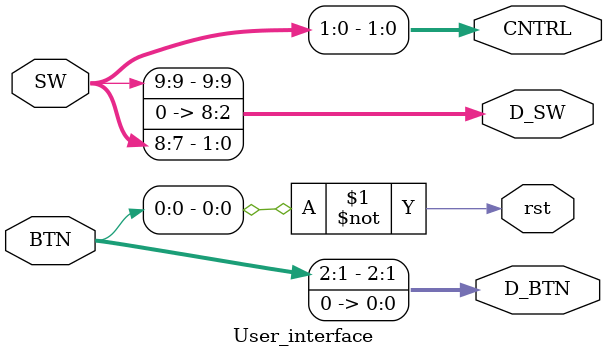
<source format=v>
module User_interface
(
    input [9:0] SW,
    input [3:0] BTN,
    output rst,
    output [9:0] D_SW,
    output [2:0] D_BTN,
    output [1:0] CNTRL
);

assign rst = ~BTN[0];
assign D_SW[9:0] = {SW[9],7'd0,SW[8],SW[7]};
assign D_BTN[2:0] = {BTN[2:1],1'b0};
assign CNTRL[1:0] = SW[1:0];

endmodule
</source>
